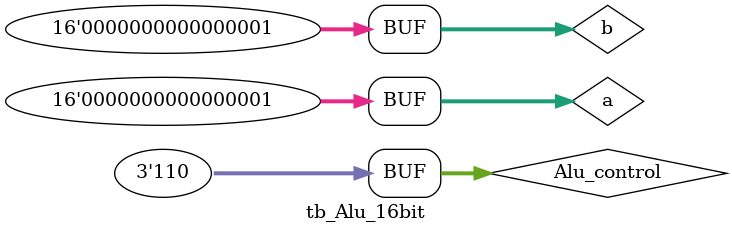
<source format=sv>

module tb_Alu_16bit();

logic [15:0] a,b;
logic [15:0] y;
logic [2:0]  Alu_control;

Alu_16bit DUT(.a(a),.b(b),.Alu_control(Alu_control),.y(y) );

initial begin 
a=1;
b=1;

  for(int i=0;i<7;i++) begin   
    Alu_control=i;
    #10;
  end
end
  
endmodule
</source>
